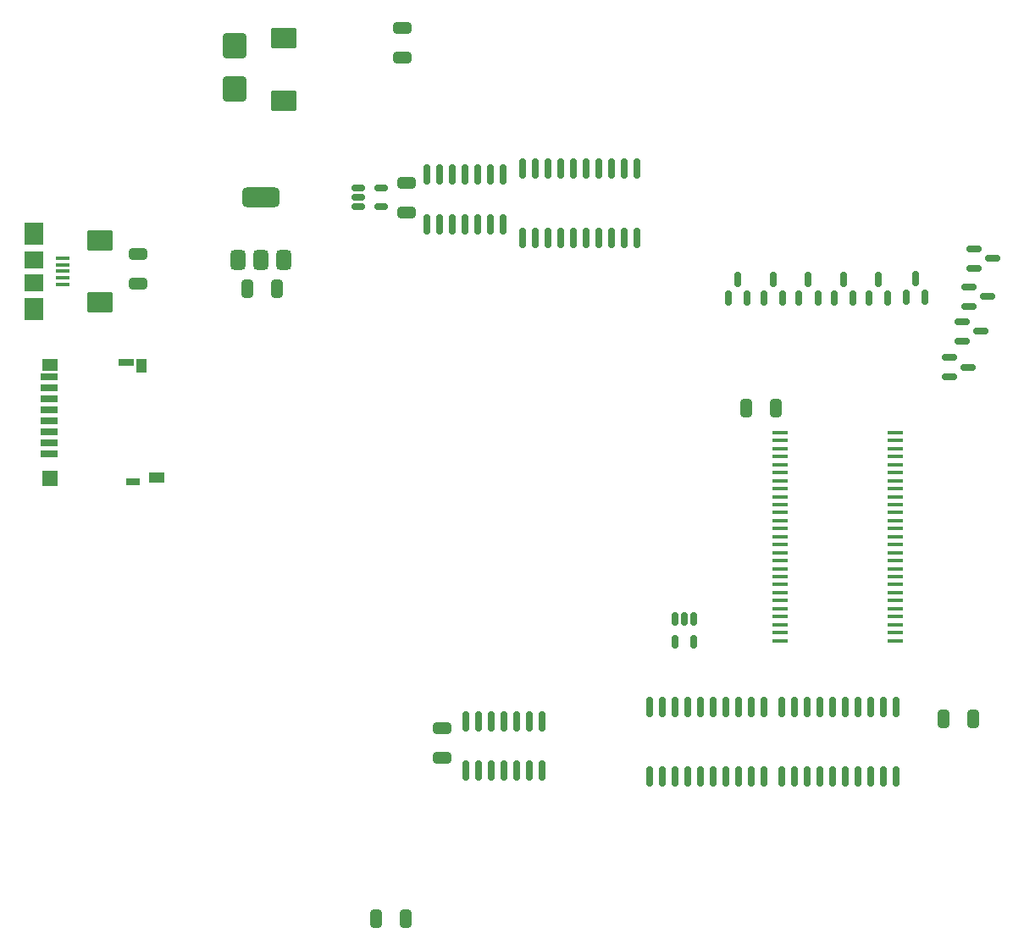
<source format=gbr>
%TF.GenerationSoftware,KiCad,Pcbnew,8.0.5-8.0.5-0~ubuntu22.04.1*%
%TF.CreationDate,2024-10-06T16:07:11+02:00*%
%TF.ProjectId,RamRomBoard,52616d52-6f6d-4426-9f61-72642e6b6963,rev?*%
%TF.SameCoordinates,Original*%
%TF.FileFunction,Paste,Top*%
%TF.FilePolarity,Positive*%
%FSLAX46Y46*%
G04 Gerber Fmt 4.6, Leading zero omitted, Abs format (unit mm)*
G04 Created by KiCad (PCBNEW 8.0.5-8.0.5-0~ubuntu22.04.1) date 2024-10-06 16:07:11*
%MOMM*%
%LPD*%
G01*
G04 APERTURE LIST*
G04 Aperture macros list*
%AMRoundRect*
0 Rectangle with rounded corners*
0 $1 Rounding radius*
0 $2 $3 $4 $5 $6 $7 $8 $9 X,Y pos of 4 corners*
0 Add a 4 corners polygon primitive as box body*
4,1,4,$2,$3,$4,$5,$6,$7,$8,$9,$2,$3,0*
0 Add four circle primitives for the rounded corners*
1,1,$1+$1,$2,$3*
1,1,$1+$1,$4,$5*
1,1,$1+$1,$6,$7*
1,1,$1+$1,$8,$9*
0 Add four rect primitives between the rounded corners*
20,1,$1+$1,$2,$3,$4,$5,0*
20,1,$1+$1,$4,$5,$6,$7,0*
20,1,$1+$1,$6,$7,$8,$9,0*
20,1,$1+$1,$8,$9,$2,$3,0*%
G04 Aperture macros list end*
%ADD10RoundRect,0.250000X0.325000X0.650000X-0.325000X0.650000X-0.325000X-0.650000X0.325000X-0.650000X0*%
%ADD11RoundRect,0.150000X-0.150000X0.825000X-0.150000X-0.825000X0.150000X-0.825000X0.150000X0.825000X0*%
%ADD12RoundRect,0.250000X1.025000X-0.787500X1.025000X0.787500X-1.025000X0.787500X-1.025000X-0.787500X0*%
%ADD13RoundRect,0.150000X0.150000X-0.587500X0.150000X0.587500X-0.150000X0.587500X-0.150000X-0.587500X0*%
%ADD14R,1.400000X0.400000*%
%ADD15R,1.900000X2.300000*%
%ADD16R,1.900000X1.800000*%
%ADD17RoundRect,0.150000X-0.512500X-0.150000X0.512500X-0.150000X0.512500X0.150000X-0.512500X0.150000X0*%
%ADD18RoundRect,0.150000X-0.587500X-0.150000X0.587500X-0.150000X0.587500X0.150000X-0.587500X0.150000X0*%
%ADD19RoundRect,0.150000X0.150000X-0.825000X0.150000X0.825000X-0.150000X0.825000X-0.150000X-0.825000X0*%
%ADD20RoundRect,0.150000X-0.150000X0.512500X-0.150000X-0.512500X0.150000X-0.512500X0.150000X0.512500X0*%
%ADD21RoundRect,0.250000X-0.650000X0.325000X-0.650000X-0.325000X0.650000X-0.325000X0.650000X0.325000X0*%
%ADD22RoundRect,0.375000X0.375000X-0.625000X0.375000X0.625000X-0.375000X0.625000X-0.375000X-0.625000X0*%
%ADD23RoundRect,0.500000X1.400000X-0.500000X1.400000X0.500000X-1.400000X0.500000X-1.400000X-0.500000X0*%
%ADD24R,1.750000X0.700000*%
%ADD25R,1.000000X1.450000*%
%ADD26R,1.550000X1.000000*%
%ADD27R,1.500000X0.800000*%
%ADD28R,1.500000X1.300000*%
%ADD29R,1.500000X1.500000*%
%ADD30R,1.400000X0.800000*%
%ADD31RoundRect,0.150000X-0.150000X0.837500X-0.150000X-0.837500X0.150000X-0.837500X0.150000X0.837500X0*%
%ADD32RoundRect,0.250000X-1.025000X0.787500X-1.025000X-0.787500X1.025000X-0.787500X1.025000X0.787500X0*%
%ADD33R,1.510000X0.458000*%
%ADD34RoundRect,0.150000X0.150000X-0.837500X0.150000X0.837500X-0.150000X0.837500X-0.150000X-0.837500X0*%
%ADD35RoundRect,0.250000X-0.325000X-0.650000X0.325000X-0.650000X0.325000X0.650000X-0.325000X0.650000X0*%
%ADD36RoundRect,0.250000X0.650000X-0.325000X0.650000X0.325000X-0.650000X0.325000X-0.650000X-0.325000X0*%
%ADD37RoundRect,0.250000X0.900000X-1.000000X0.900000X1.000000X-0.900000X1.000000X-0.900000X-1.000000X0*%
G04 APERTURE END LIST*
D10*
%TO.C,C2*%
X88597000Y-141224000D03*
X85647000Y-141224000D03*
%TD*%
D11*
%TO.C,U1*%
X102266000Y-121496995D03*
X100996000Y-121496995D03*
X99726000Y-121496995D03*
X98456000Y-121496995D03*
X97186000Y-121496995D03*
X95916000Y-121496995D03*
X94646000Y-121496995D03*
X94646000Y-126446995D03*
X95916000Y-126446995D03*
X97186000Y-126446995D03*
X98456000Y-126446995D03*
X99726000Y-126446995D03*
X100996000Y-126446995D03*
X102266000Y-126446995D03*
%TD*%
D12*
%TO.C,C15*%
X76460000Y-59466495D03*
X76460000Y-53241495D03*
%TD*%
D13*
%TO.C,D7*%
X134940000Y-79169500D03*
X136840000Y-79169500D03*
X135890000Y-77294500D03*
%TD*%
D14*
%TO.C,J6*%
X54310000Y-75205995D03*
X54310000Y-75855995D03*
X54310000Y-76505995D03*
X54310000Y-77155995D03*
X54310000Y-77805995D03*
D15*
X51460000Y-72755995D03*
D16*
X51460000Y-75355995D03*
X51460000Y-77655995D03*
D15*
X51460000Y-80255995D03*
%TD*%
D17*
%TO.C,U6*%
X83885000Y-68153995D03*
X83885000Y-69103995D03*
X83885000Y-70053995D03*
X86160000Y-70053995D03*
X86160000Y-68153995D03*
%TD*%
D18*
%TO.C,D3*%
X144907000Y-78110000D03*
X144907000Y-80010000D03*
X146782000Y-79060000D03*
%TD*%
D10*
%TO.C,C14*%
X75743000Y-78253995D03*
X72793000Y-78253995D03*
%TD*%
D19*
%TO.C,U3*%
X90709000Y-71822795D03*
X91979000Y-71822795D03*
X93249000Y-71822795D03*
X94519000Y-71822795D03*
X95789000Y-71822795D03*
X97059000Y-71822795D03*
X98329000Y-71822795D03*
X98329000Y-66872795D03*
X97059000Y-66872795D03*
X95789000Y-66872795D03*
X94519000Y-66872795D03*
X93249000Y-66872795D03*
X91979000Y-66872795D03*
X90709000Y-66872795D03*
%TD*%
D13*
%TO.C,D9*%
X127929600Y-79169500D03*
X129829600Y-79169500D03*
X128879600Y-77294500D03*
%TD*%
D20*
%TO.C,U10*%
X117409000Y-111270995D03*
X116459000Y-111270995D03*
X115509000Y-111270995D03*
X115509000Y-113545995D03*
X117409000Y-113545995D03*
%TD*%
D21*
%TO.C,C6*%
X61880000Y-74806995D03*
X61880000Y-77756995D03*
%TD*%
D22*
%TO.C,U2*%
X71868000Y-75403995D03*
X74168000Y-75403995D03*
D23*
X74168000Y-69103995D03*
D22*
X76468000Y-75403995D03*
%TD*%
D13*
%TO.C,D8*%
X131434800Y-79220300D03*
X133334800Y-79220300D03*
X132384800Y-77345300D03*
%TD*%
D24*
%TO.C,J10*%
X52969000Y-94762000D03*
X52969000Y-93662000D03*
X52969000Y-92562000D03*
X52969000Y-91462000D03*
X52969000Y-90362000D03*
X52969000Y-89262000D03*
X52969000Y-88162000D03*
X52969000Y-87062000D03*
D25*
X62194000Y-85937000D03*
D26*
X63769000Y-97162000D03*
D27*
X60694000Y-85612000D03*
D28*
X53094000Y-85862000D03*
D29*
X53094000Y-97212000D03*
D30*
X61344000Y-97562000D03*
%TD*%
D18*
%TO.C,D4*%
X144221200Y-81584800D03*
X144221200Y-83484800D03*
X146096200Y-82534800D03*
%TD*%
D13*
%TO.C,D6*%
X138648400Y-79141800D03*
X140548400Y-79141800D03*
X139598400Y-77266800D03*
%TD*%
D31*
%TO.C,U16*%
X124460000Y-120088495D03*
X123190000Y-120088495D03*
X121920000Y-120088495D03*
X120650000Y-120088495D03*
X119380000Y-120088495D03*
X118110000Y-120088495D03*
X116840000Y-120088495D03*
X115570000Y-120088495D03*
X114300000Y-120088495D03*
X113030000Y-120088495D03*
X113030000Y-127013495D03*
X114300000Y-127013495D03*
X115570000Y-127013495D03*
X116840000Y-127013495D03*
X118110000Y-127013495D03*
X119380000Y-127013495D03*
X120650000Y-127013495D03*
X121920000Y-127013495D03*
X123190000Y-127013495D03*
X124460000Y-127013495D03*
%TD*%
D10*
%TO.C,C11*%
X125585000Y-90170000D03*
X122635000Y-90170000D03*
%TD*%
D32*
%TO.C,C4*%
X58070000Y-73423495D03*
X58070000Y-79648495D03*
%TD*%
D33*
%TO.C,U11*%
X137576000Y-113449495D03*
X137576000Y-112649495D03*
X137576000Y-111849495D03*
X137576000Y-111049495D03*
X137576000Y-110249495D03*
X137576000Y-109449495D03*
X137576000Y-108649495D03*
X137576000Y-107849495D03*
X137576000Y-107049495D03*
X137576000Y-106249495D03*
X137576000Y-105449495D03*
X137576000Y-104649495D03*
X137576000Y-103849495D03*
X137576000Y-103049495D03*
X137576000Y-102249495D03*
X137576000Y-101449495D03*
X137576000Y-100649495D03*
X137576000Y-99849495D03*
X137576000Y-99049495D03*
X137576000Y-98249495D03*
X137576000Y-97449495D03*
X137576000Y-96649495D03*
X137576000Y-95849495D03*
X137576000Y-95049495D03*
X137576000Y-94249495D03*
X137576000Y-93449495D03*
X137576000Y-92649495D03*
X126076000Y-92649495D03*
X126076000Y-93449495D03*
X126076000Y-94249495D03*
X126076000Y-95049495D03*
X126076000Y-95849495D03*
X126076000Y-96649495D03*
X126076000Y-97449495D03*
X126076000Y-98249495D03*
X126076000Y-99049495D03*
X126076000Y-99849495D03*
X126076000Y-100649495D03*
X126076000Y-101449495D03*
X126076000Y-102249495D03*
X126076000Y-103049495D03*
X126076000Y-103849495D03*
X126076000Y-104649495D03*
X126076000Y-105449495D03*
X126076000Y-106249495D03*
X126076000Y-107049495D03*
X126076000Y-107849495D03*
X126076000Y-108649495D03*
X126076000Y-109449495D03*
X126076000Y-110249495D03*
X126076000Y-111049495D03*
X126076000Y-111849495D03*
X126076000Y-112649495D03*
X126076000Y-113449495D03*
%TD*%
D34*
%TO.C,U19*%
X100270000Y-73153995D03*
X101540000Y-73153995D03*
X102810000Y-73153995D03*
X104080000Y-73153995D03*
X105350000Y-73153995D03*
X106620000Y-73153995D03*
X107890000Y-73153995D03*
X109160000Y-73153995D03*
X110430000Y-73153995D03*
X111700000Y-73153995D03*
X111700000Y-66228995D03*
X110430000Y-66228995D03*
X109160000Y-66228995D03*
X107890000Y-66228995D03*
X106620000Y-66228995D03*
X105350000Y-66228995D03*
X104080000Y-66228995D03*
X102810000Y-66228995D03*
X101540000Y-66228995D03*
X100270000Y-66228995D03*
%TD*%
D13*
%TO.C,D10*%
X124424400Y-79169500D03*
X126324400Y-79169500D03*
X125374400Y-77294500D03*
%TD*%
D35*
%TO.C,C16*%
X142416000Y-121285000D03*
X145366000Y-121285000D03*
%TD*%
D36*
%TO.C,C1*%
X88296000Y-55150995D03*
X88296000Y-52200995D03*
%TD*%
D13*
%TO.C,D11*%
X120868400Y-79192600D03*
X122768400Y-79192600D03*
X121818400Y-77317600D03*
%TD*%
D36*
%TO.C,C8*%
X92233000Y-125176995D03*
X92233000Y-122226995D03*
%TD*%
D31*
%TO.C,U15*%
X137668000Y-120088495D03*
X136398000Y-120088495D03*
X135128000Y-120088495D03*
X133858000Y-120088495D03*
X132588000Y-120088495D03*
X131318000Y-120088495D03*
X130048000Y-120088495D03*
X128778000Y-120088495D03*
X127508000Y-120088495D03*
X126238000Y-120088495D03*
X126238000Y-127013495D03*
X127508000Y-127013495D03*
X128778000Y-127013495D03*
X130048000Y-127013495D03*
X131318000Y-127013495D03*
X132588000Y-127013495D03*
X133858000Y-127013495D03*
X135128000Y-127013495D03*
X136398000Y-127013495D03*
X137668000Y-127013495D03*
%TD*%
D21*
%TO.C,C7*%
X88702400Y-67669595D03*
X88702400Y-70619595D03*
%TD*%
D18*
%TO.C,D5*%
X143006600Y-85156000D03*
X143006600Y-87056000D03*
X144881600Y-86106000D03*
%TD*%
%TO.C,D2*%
X145415000Y-74300000D03*
X145415000Y-76200000D03*
X147290000Y-75250000D03*
%TD*%
D37*
%TO.C,D1*%
X71532000Y-58247995D03*
X71532000Y-53947995D03*
%TD*%
M02*

</source>
